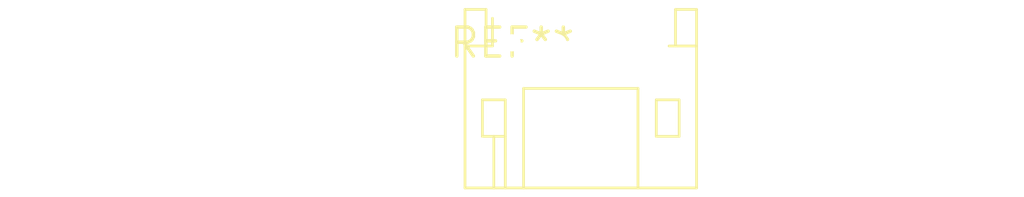
<source format=kicad_pcb>
(kicad_pcb (version 20240108) (generator pcbnew)
  (layers (0 "F.Cu" signal) (31 "B.Cu" signal) (34 "B.Paste" user) (35 "F.Paste" user) (36 "B.SilkS" user "B.Silkscreen") (37 "F.SilkS" user "F.Silkscreen") (38 "B.Mask" user) (39 "F.Mask" user) (44 "Edge.Cuts" user))
  (net 0 "")
  (footprint "JST_PH_S4B-PH-K_1x04_P2.00mm_Horizontal" (layer "F.Cu") (at 0 0)
    (property "Reference" "REF**")
    (property "Value" "JST_PH_S4B-PH-K_1x04_P2.00mm_Horizontal")
    (fp_line (start -2.06 -1.46) (end -2.06 6.36) (layer "F.SilkS") (stroke (width 0.12)))
    (fp_line (start -2.06 0.14) (end -1.14 0.14) (layer "F.SilkS") (stroke (width 0.12)))
    (fp_line (start -2.06 6.36) (end 8.06 6.36) (layer "F.SilkS") (stroke (width 0.12)))
    (fp_line (start -1.3 2.5) (end -1.3 4.1) (layer "F.SilkS") (stroke (width 0.12)))
    (fp_line (start -1.3 4.1) (end -0.3 4.1) (layer "F.SilkS") (stroke (width 0.12)))
    (fp_line (start -1.14 -1.46) (end -2.06 -1.46) (layer "F.SilkS") (stroke (width 0.12)))
    (fp_line (start -1.14 0.14) (end -1.14 -1.46) (layer "F.SilkS") (stroke (width 0.12)))
    (fp_line (start -0.86 0.14) (end -1.14 0.14) (layer "F.SilkS") (stroke (width 0.12)))
    (fp_line (start -0.86 0.14) (end -0.86 -1.075) (layer "F.SilkS") (stroke (width 0.12)))
    (fp_line (start -0.8 4.1) (end -0.8 6.36) (layer "F.SilkS") (stroke (width 0.12)))
    (fp_line (start -0.3 2.5) (end -1.3 2.5) (layer "F.SilkS") (stroke (width 0.12)))
    (fp_line (start -0.3 4.1) (end -0.3 2.5) (layer "F.SilkS") (stroke (width 0.12)))
    (fp_line (start -0.3 4.1) (end -0.3 6.36) (layer "F.SilkS") (stroke (width 0.12)))
    (fp_line (start 0.5 2) (end 5.5 2) (layer "F.SilkS") (stroke (width 0.12)))
    (fp_line (start 0.5 6.36) (end 0.5 2) (layer "F.SilkS") (stroke (width 0.12)))
    (fp_line (start 5.5 2) (end 5.5 6.36) (layer "F.SilkS") (stroke (width 0.12)))
    (fp_line (start 6.3 2.5) (end 7.3 2.5) (layer "F.SilkS") (stroke (width 0.12)))
    (fp_line (start 6.3 4.1) (end 6.3 2.5) (layer "F.SilkS") (stroke (width 0.12)))
    (fp_line (start 7.14 -1.46) (end 7.14 0.14) (layer "F.SilkS") (stroke (width 0.12)))
    (fp_line (start 7.14 0.14) (end 6.86 0.14) (layer "F.SilkS") (stroke (width 0.12)))
    (fp_line (start 7.3 2.5) (end 7.3 4.1) (layer "F.SilkS") (stroke (width 0.12)))
    (fp_line (start 7.3 4.1) (end 6.3 4.1) (layer "F.SilkS") (stroke (width 0.12)))
    (fp_line (start 8.06 -1.46) (end 7.14 -1.46) (layer "F.SilkS") (stroke (width 0.12)))
    (fp_line (start 8.06 0.14) (end 7.14 0.14) (layer "F.SilkS") (stroke (width 0.12)))
    (fp_line (start 8.06 6.36) (end 8.06 -1.46) (layer "F.SilkS") (stroke (width 0.12)))
    (pad "1" thru_hole roundrect (at 0 0) (size 1.2 1.75) (drill 0.75) (layers *.Cu *.Mask) (remove_unused_layers) (roundrect_rratio 0.208333))
    (pad "2" thru_hole oval (at 2 0) (size 1.2 1.75) (drill 0.75) (layers *.Cu *.Mask) (remove_unused_layers))
    (pad "3" thru_hole oval (at 4 0) (size 1.2 1.75) (drill 0.75) (layers *.Cu *.Mask) (remove_unused_layers))
    (pad "4" thru_hole oval (at 6 0) (size 1.2 1.75) (drill 0.75) (layers *.Cu *.Mask) (remove_unused_layers))
  )
)
</source>
